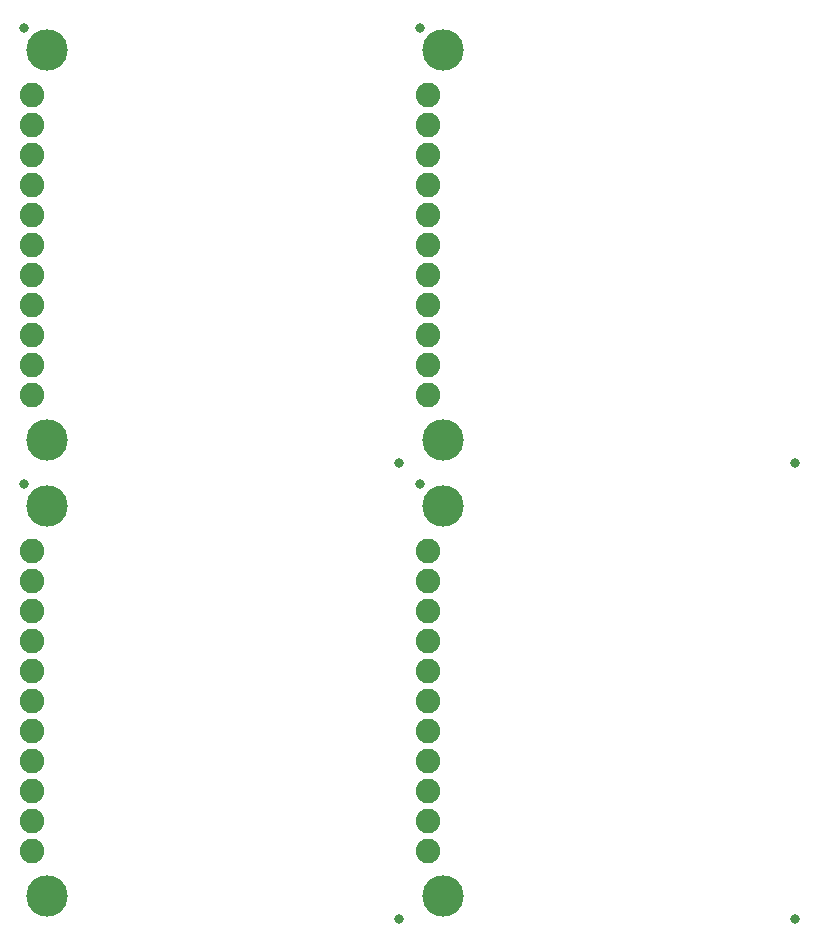
<source format=gbs>
G75*
%MOIN*%
%OFA0B0*%
%FSLAX25Y25*%
%IPPOS*%
%LPD*%
%AMOC8*
5,1,8,0,0,1.08239X$1,22.5*
%
%ADD10C,0.03300*%
%ADD11C,0.13800*%
%ADD12C,0.08200*%
D10*
X0160842Y0031250D03*
X0292842Y0031250D03*
X0167842Y0176250D03*
X0160842Y0183250D03*
X0035842Y0176250D03*
X0035842Y0328250D03*
X0167842Y0328250D03*
X0292842Y0183250D03*
D11*
X0043342Y0038750D03*
X0043342Y0168750D03*
X0043342Y0190750D03*
X0043342Y0320750D03*
X0175342Y0320750D03*
X0175342Y0190750D03*
X0175342Y0168750D03*
X0175342Y0038750D03*
D12*
X0170342Y0053750D03*
X0170342Y0063750D03*
X0170342Y0073750D03*
X0170342Y0083750D03*
X0170342Y0093750D03*
X0170342Y0103750D03*
X0170342Y0113750D03*
X0170342Y0123750D03*
X0170342Y0133750D03*
X0170342Y0143750D03*
X0170342Y0153750D03*
X0170342Y0205750D03*
X0170342Y0215750D03*
X0170342Y0225750D03*
X0170342Y0235750D03*
X0170342Y0245750D03*
X0170342Y0255750D03*
X0170342Y0265750D03*
X0170342Y0275750D03*
X0170342Y0285750D03*
X0170342Y0295750D03*
X0170342Y0305750D03*
X0038342Y0305750D03*
X0038342Y0295750D03*
X0038342Y0285750D03*
X0038342Y0275750D03*
X0038342Y0265750D03*
X0038342Y0255750D03*
X0038342Y0245750D03*
X0038342Y0235750D03*
X0038342Y0225750D03*
X0038342Y0215750D03*
X0038342Y0205750D03*
X0038342Y0153750D03*
X0038342Y0143750D03*
X0038342Y0133750D03*
X0038342Y0123750D03*
X0038342Y0113750D03*
X0038342Y0103750D03*
X0038342Y0093750D03*
X0038342Y0083750D03*
X0038342Y0073750D03*
X0038342Y0063750D03*
X0038342Y0053750D03*
M02*

</source>
